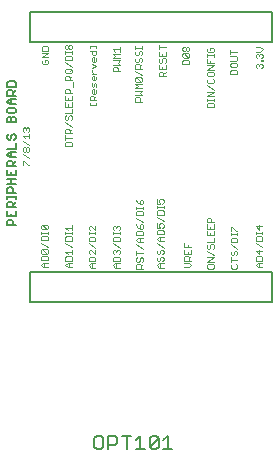
<source format=gto>
G75*
G70*
%OFA0B0*%
%FSLAX24Y24*%
%IPPOS*%
%LPD*%
%AMOC8*
5,1,8,0,0,1.08239X$1,22.5*
%
%ADD10C,0.0050*%
%ADD11C,0.0020*%
%ADD12C,0.0080*%
D10*
X003485Y003190D02*
X003560Y003115D01*
X003710Y003115D01*
X003785Y003190D01*
X003785Y003490D01*
X003710Y003565D01*
X003560Y003565D01*
X003485Y003490D01*
X003485Y003190D01*
X003945Y003115D02*
X003945Y003565D01*
X004171Y003565D01*
X004246Y003490D01*
X004246Y003340D01*
X004171Y003265D01*
X003945Y003265D01*
X004406Y003565D02*
X004706Y003565D01*
X004866Y003415D02*
X005016Y003565D01*
X005016Y003115D01*
X004866Y003115D02*
X005166Y003115D01*
X005327Y003190D02*
X005327Y003490D01*
X005402Y003565D01*
X005552Y003565D01*
X005627Y003490D01*
X005327Y003190D01*
X005402Y003115D01*
X005552Y003115D01*
X005627Y003190D01*
X005627Y003490D01*
X005787Y003415D02*
X005937Y003565D01*
X005937Y003115D01*
X005787Y003115D02*
X006087Y003115D01*
X004556Y003115D02*
X004556Y003565D01*
X000855Y010585D02*
X000585Y010585D01*
X000585Y010720D01*
X000630Y010765D01*
X000720Y010765D01*
X000765Y010720D01*
X000765Y010585D01*
X000720Y010880D02*
X000720Y010970D01*
X000855Y010880D02*
X000855Y011060D01*
X000855Y011174D02*
X000585Y011174D01*
X000585Y011309D01*
X000630Y011354D01*
X000720Y011354D01*
X000765Y011309D01*
X000765Y011174D01*
X000765Y011264D02*
X000855Y011354D01*
X000855Y011469D02*
X000855Y011559D01*
X000855Y011514D02*
X000585Y011514D01*
X000585Y011469D02*
X000585Y011559D01*
X000585Y011665D02*
X000585Y011801D01*
X000630Y011846D01*
X000720Y011846D01*
X000765Y011801D01*
X000765Y011665D01*
X000855Y011665D02*
X000585Y011665D01*
X000585Y011960D02*
X000855Y011960D01*
X000720Y011960D02*
X000720Y012140D01*
X000720Y012255D02*
X000720Y012345D01*
X000855Y012255D02*
X000855Y012435D01*
X000855Y012549D02*
X000585Y012549D01*
X000585Y012684D01*
X000630Y012729D01*
X000720Y012729D01*
X000765Y012684D01*
X000765Y012549D01*
X000765Y012639D02*
X000855Y012729D01*
X000855Y012844D02*
X000675Y012844D01*
X000585Y012934D01*
X000675Y013024D01*
X000855Y013024D01*
X000855Y013139D02*
X000855Y013319D01*
X000810Y013433D02*
X000855Y013478D01*
X000855Y013568D01*
X000810Y013613D01*
X000765Y013613D01*
X000720Y013568D01*
X000720Y013478D01*
X000675Y013433D01*
X000630Y013433D01*
X000585Y013478D01*
X000585Y013568D01*
X000630Y013613D01*
X000585Y014023D02*
X000585Y014158D01*
X000630Y014203D01*
X000675Y014203D01*
X000720Y014158D01*
X000720Y014023D01*
X000720Y014158D02*
X000765Y014203D01*
X000810Y014203D01*
X000855Y014158D01*
X000855Y014023D01*
X000585Y014023D01*
X000630Y014317D02*
X000585Y014362D01*
X000585Y014452D01*
X000630Y014497D01*
X000810Y014497D01*
X000855Y014452D01*
X000855Y014362D01*
X000810Y014317D01*
X000630Y014317D01*
X000675Y014612D02*
X000585Y014702D01*
X000675Y014792D01*
X000855Y014792D01*
X000855Y014907D02*
X000585Y014907D01*
X000585Y015042D01*
X000630Y015087D01*
X000720Y015087D01*
X000765Y015042D01*
X000765Y014907D01*
X000765Y014997D02*
X000855Y015087D01*
X000855Y015201D02*
X000855Y015336D01*
X000810Y015381D01*
X000630Y015381D01*
X000585Y015336D01*
X000585Y015201D01*
X000855Y015201D01*
X000720Y014792D02*
X000720Y014612D01*
X000675Y014612D02*
X000855Y014612D01*
X000855Y013139D02*
X000585Y013139D01*
X000720Y013024D02*
X000720Y012844D01*
X000585Y012435D02*
X000585Y012255D01*
X000855Y012255D01*
X000855Y012140D02*
X000585Y012140D01*
X000585Y011060D02*
X000585Y010880D01*
X000855Y010880D01*
D11*
X001710Y010552D02*
X001747Y010589D01*
X001893Y010442D01*
X001930Y010479D01*
X001930Y010552D01*
X001893Y010589D01*
X001747Y010589D01*
X001710Y010552D02*
X001710Y010479D01*
X001747Y010442D01*
X001893Y010442D01*
X001930Y010368D02*
X001930Y010295D01*
X001930Y010332D02*
X001710Y010332D01*
X001710Y010368D02*
X001710Y010295D01*
X001747Y010221D02*
X001710Y010184D01*
X001710Y010074D01*
X001930Y010074D01*
X001930Y010184D01*
X001893Y010221D01*
X001747Y010221D01*
X001710Y010000D02*
X001930Y009853D01*
X001893Y009779D02*
X001930Y009742D01*
X001930Y009669D01*
X001893Y009632D01*
X001747Y009779D01*
X001893Y009779D01*
X001747Y009779D02*
X001710Y009742D01*
X001710Y009669D01*
X001747Y009632D01*
X001893Y009632D01*
X001893Y009558D02*
X001747Y009558D01*
X001710Y009521D01*
X001710Y009411D01*
X001930Y009411D01*
X001930Y009521D01*
X001893Y009558D01*
X001930Y009337D02*
X001783Y009337D01*
X001710Y009263D01*
X001783Y009190D01*
X001930Y009190D01*
X001820Y009190D02*
X001820Y009337D01*
X002520Y009401D02*
X002520Y009511D01*
X002557Y009548D01*
X002703Y009548D01*
X002740Y009511D01*
X002740Y009401D01*
X002520Y009401D01*
X002593Y009327D02*
X002520Y009253D01*
X002593Y009180D01*
X002740Y009180D01*
X002630Y009180D02*
X002630Y009327D01*
X002593Y009327D02*
X002740Y009327D01*
X002740Y009622D02*
X002740Y009769D01*
X002740Y009695D02*
X002520Y009695D01*
X002593Y009622D01*
X002740Y009843D02*
X002520Y009990D01*
X002520Y010064D02*
X002520Y010174D01*
X002557Y010211D01*
X002703Y010211D01*
X002740Y010174D01*
X002740Y010064D01*
X002520Y010064D01*
X002520Y010285D02*
X002520Y010358D01*
X002520Y010322D02*
X002740Y010322D01*
X002740Y010358D02*
X002740Y010285D01*
X002740Y010432D02*
X002740Y010579D01*
X002740Y010506D02*
X002520Y010506D01*
X002593Y010432D01*
X003290Y010459D02*
X003327Y010422D01*
X003290Y010459D02*
X003290Y010532D01*
X003327Y010569D01*
X003363Y010569D01*
X003510Y010422D01*
X003510Y010569D01*
X003510Y010348D02*
X003510Y010275D01*
X003510Y010312D02*
X003290Y010312D01*
X003290Y010348D02*
X003290Y010275D01*
X003327Y010201D02*
X003290Y010164D01*
X003290Y010054D01*
X003510Y010054D01*
X003510Y010164D01*
X003473Y010201D01*
X003327Y010201D01*
X003290Y009980D02*
X003510Y009833D01*
X003510Y009759D02*
X003510Y009612D01*
X003363Y009759D01*
X003327Y009759D01*
X003290Y009722D01*
X003290Y009649D01*
X003327Y009612D01*
X003327Y009538D02*
X003290Y009501D01*
X003290Y009391D01*
X003510Y009391D01*
X003510Y009501D01*
X003473Y009538D01*
X003327Y009538D01*
X003363Y009317D02*
X003290Y009243D01*
X003363Y009170D01*
X003510Y009170D01*
X003400Y009170D02*
X003400Y009317D01*
X003363Y009317D02*
X003510Y009317D01*
X004110Y009243D02*
X004183Y009170D01*
X004330Y009170D01*
X004220Y009170D02*
X004220Y009317D01*
X004183Y009317D02*
X004330Y009317D01*
X004330Y009391D02*
X004330Y009501D01*
X004293Y009538D01*
X004147Y009538D01*
X004110Y009501D01*
X004110Y009391D01*
X004330Y009391D01*
X004293Y009612D02*
X004330Y009649D01*
X004330Y009722D01*
X004293Y009759D01*
X004257Y009759D01*
X004220Y009722D01*
X004220Y009685D01*
X004220Y009722D02*
X004183Y009759D01*
X004147Y009759D01*
X004110Y009722D01*
X004110Y009649D01*
X004147Y009612D01*
X004183Y009317D02*
X004110Y009243D01*
X004330Y009833D02*
X004110Y009980D01*
X004110Y010054D02*
X004110Y010164D01*
X004147Y010201D01*
X004293Y010201D01*
X004330Y010164D01*
X004330Y010054D01*
X004110Y010054D01*
X004110Y010275D02*
X004110Y010348D01*
X004110Y010312D02*
X004330Y010312D01*
X004330Y010348D02*
X004330Y010275D01*
X004293Y010422D02*
X004330Y010459D01*
X004330Y010532D01*
X004293Y010569D01*
X004257Y010569D01*
X004220Y010532D01*
X004220Y010496D01*
X004220Y010532D02*
X004183Y010569D01*
X004147Y010569D01*
X004110Y010532D01*
X004110Y010459D01*
X004147Y010422D01*
X004880Y010355D02*
X004880Y010245D01*
X005100Y010245D01*
X005100Y010355D01*
X005063Y010392D01*
X004917Y010392D01*
X004880Y010355D01*
X004990Y010466D02*
X004917Y010539D01*
X004880Y010613D01*
X004990Y010576D02*
X004990Y010466D01*
X005063Y010466D01*
X005100Y010503D01*
X005100Y010576D01*
X005063Y010613D01*
X005027Y010613D01*
X004990Y010576D01*
X005100Y010687D02*
X004880Y010834D01*
X004880Y010908D02*
X004880Y011018D01*
X004917Y011055D01*
X005063Y011055D01*
X005100Y011018D01*
X005100Y010908D01*
X004880Y010908D01*
X004880Y011129D02*
X004880Y011202D01*
X004880Y011166D02*
X005100Y011166D01*
X005100Y011202D02*
X005100Y011129D01*
X005063Y011276D02*
X004990Y011276D01*
X004990Y011386D01*
X005027Y011423D01*
X005063Y011423D01*
X005100Y011386D01*
X005100Y011313D01*
X005063Y011276D01*
X004990Y011276D02*
X004917Y011350D01*
X004880Y011423D01*
X004953Y010171D02*
X004880Y010097D01*
X004953Y010024D01*
X005100Y010024D01*
X004990Y010024D02*
X004990Y010171D01*
X004953Y010171D02*
X005100Y010171D01*
X004880Y009950D02*
X005100Y009803D01*
X005100Y009655D02*
X004880Y009655D01*
X004880Y009582D02*
X004880Y009729D01*
X004917Y009508D02*
X004880Y009471D01*
X004880Y009398D01*
X004917Y009361D01*
X004953Y009361D01*
X004990Y009398D01*
X004990Y009471D01*
X005027Y009508D01*
X005063Y009508D01*
X005100Y009471D01*
X005100Y009398D01*
X005063Y009361D01*
X005100Y009287D02*
X005027Y009213D01*
X005027Y009250D02*
X005027Y009140D01*
X005100Y009140D02*
X004880Y009140D01*
X004880Y009250D01*
X004917Y009287D01*
X004990Y009287D01*
X005027Y009250D01*
X005570Y009243D02*
X005643Y009170D01*
X005790Y009170D01*
X005680Y009170D02*
X005680Y009317D01*
X005643Y009317D02*
X005790Y009317D01*
X005753Y009391D02*
X005790Y009428D01*
X005790Y009501D01*
X005753Y009538D01*
X005717Y009538D01*
X005680Y009501D01*
X005680Y009428D01*
X005643Y009391D01*
X005607Y009391D01*
X005570Y009428D01*
X005570Y009501D01*
X005607Y009538D01*
X005607Y009612D02*
X005643Y009612D01*
X005680Y009649D01*
X005680Y009722D01*
X005717Y009759D01*
X005753Y009759D01*
X005790Y009722D01*
X005790Y009649D01*
X005753Y009612D01*
X005607Y009612D02*
X005570Y009649D01*
X005570Y009722D01*
X005607Y009759D01*
X005790Y009833D02*
X005570Y009980D01*
X005643Y010054D02*
X005570Y010127D01*
X005643Y010201D01*
X005790Y010201D01*
X005790Y010275D02*
X005790Y010385D01*
X005753Y010422D01*
X005607Y010422D01*
X005570Y010385D01*
X005570Y010275D01*
X005790Y010275D01*
X005680Y010201D02*
X005680Y010054D01*
X005643Y010054D02*
X005790Y010054D01*
X005753Y010496D02*
X005790Y010533D01*
X005790Y010606D01*
X005753Y010643D01*
X005680Y010643D01*
X005643Y010606D01*
X005643Y010569D01*
X005680Y010496D01*
X005570Y010496D01*
X005570Y010643D01*
X005570Y010864D02*
X005790Y010717D01*
X005790Y010938D02*
X005570Y010938D01*
X005570Y011048D01*
X005607Y011085D01*
X005753Y011085D01*
X005790Y011048D01*
X005790Y010938D01*
X005790Y011159D02*
X005790Y011232D01*
X005790Y011196D02*
X005570Y011196D01*
X005570Y011232D02*
X005570Y011159D01*
X005570Y011306D02*
X005680Y011306D01*
X005643Y011380D01*
X005643Y011416D01*
X005680Y011453D01*
X005753Y011453D01*
X005790Y011416D01*
X005790Y011343D01*
X005753Y011306D01*
X005570Y011306D02*
X005570Y011453D01*
X006480Y009990D02*
X006480Y009843D01*
X006700Y009843D01*
X006700Y009769D02*
X006700Y009622D01*
X006480Y009622D01*
X006480Y009769D01*
X006590Y009695D02*
X006590Y009622D01*
X006590Y009548D02*
X006627Y009511D01*
X006627Y009401D01*
X006700Y009401D02*
X006480Y009401D01*
X006480Y009511D01*
X006517Y009548D01*
X006590Y009548D01*
X006627Y009474D02*
X006700Y009548D01*
X006627Y009327D02*
X006480Y009327D01*
X006627Y009327D02*
X006700Y009253D01*
X006627Y009180D01*
X006480Y009180D01*
X006590Y009843D02*
X006590Y009916D01*
X007240Y009913D02*
X007240Y009840D01*
X007277Y009803D01*
X007313Y009803D01*
X007350Y009840D01*
X007350Y009913D01*
X007387Y009950D01*
X007423Y009950D01*
X007460Y009913D01*
X007460Y009840D01*
X007423Y009803D01*
X007240Y009729D02*
X007460Y009582D01*
X007460Y009508D02*
X007240Y009508D01*
X007240Y009361D02*
X007460Y009508D01*
X007460Y009361D02*
X007240Y009361D01*
X007277Y009287D02*
X007240Y009250D01*
X007240Y009177D01*
X007277Y009140D01*
X007423Y009140D01*
X007460Y009177D01*
X007460Y009250D01*
X007423Y009287D01*
X007277Y009287D01*
X007240Y009913D02*
X007277Y009950D01*
X007240Y010024D02*
X007460Y010024D01*
X007460Y010171D01*
X007460Y010245D02*
X007460Y010392D01*
X007460Y010466D02*
X007460Y010613D01*
X007460Y010687D02*
X007240Y010687D01*
X007240Y010797D01*
X007277Y010834D01*
X007350Y010834D01*
X007387Y010797D01*
X007387Y010687D01*
X007350Y010539D02*
X007350Y010466D01*
X007240Y010466D02*
X007460Y010466D01*
X007350Y010318D02*
X007350Y010245D01*
X007240Y010245D02*
X007460Y010245D01*
X007240Y010245D02*
X007240Y010392D01*
X007240Y010466D02*
X007240Y010613D01*
X008030Y010539D02*
X008030Y010392D01*
X008030Y010318D02*
X008030Y010245D01*
X008030Y010282D02*
X008250Y010282D01*
X008250Y010318D02*
X008250Y010245D01*
X008213Y010171D02*
X008067Y010171D01*
X008030Y010134D01*
X008030Y010024D01*
X008250Y010024D01*
X008250Y010134D01*
X008213Y010171D01*
X008213Y010392D02*
X008250Y010392D01*
X008213Y010392D02*
X008067Y010539D01*
X008030Y010539D01*
X008030Y009950D02*
X008250Y009803D01*
X008213Y009729D02*
X008250Y009692D01*
X008250Y009619D01*
X008213Y009582D01*
X008140Y009619D02*
X008140Y009692D01*
X008177Y009729D01*
X008213Y009729D01*
X008140Y009619D02*
X008103Y009582D01*
X008067Y009582D01*
X008030Y009619D01*
X008030Y009692D01*
X008067Y009729D01*
X008030Y009508D02*
X008030Y009361D01*
X008030Y009434D02*
X008250Y009434D01*
X008213Y009287D02*
X008250Y009250D01*
X008250Y009177D01*
X008213Y009140D01*
X008067Y009140D01*
X008030Y009177D01*
X008030Y009250D01*
X008067Y009287D01*
X008860Y009253D02*
X008933Y009327D01*
X009080Y009327D01*
X009080Y009401D02*
X009080Y009511D01*
X009043Y009548D01*
X008897Y009548D01*
X008860Y009511D01*
X008860Y009401D01*
X009080Y009401D01*
X008970Y009327D02*
X008970Y009180D01*
X008933Y009180D02*
X008860Y009253D01*
X008933Y009180D02*
X009080Y009180D01*
X008970Y009622D02*
X008970Y009769D01*
X009080Y009732D02*
X008860Y009732D01*
X008970Y009622D01*
X009080Y009843D02*
X008860Y009990D01*
X008860Y010064D02*
X008860Y010174D01*
X008897Y010211D01*
X009043Y010211D01*
X009080Y010174D01*
X009080Y010064D01*
X008860Y010064D01*
X008860Y010285D02*
X008860Y010358D01*
X008860Y010322D02*
X009080Y010322D01*
X009080Y010358D02*
X009080Y010285D01*
X008970Y010432D02*
X008970Y010579D01*
X009080Y010542D02*
X008860Y010542D01*
X008970Y010432D01*
X007460Y014510D02*
X007240Y014510D01*
X007240Y014620D01*
X007277Y014657D01*
X007423Y014657D01*
X007460Y014620D01*
X007460Y014510D01*
X007460Y014731D02*
X007460Y014804D01*
X007460Y014768D02*
X007240Y014768D01*
X007240Y014804D02*
X007240Y014731D01*
X007240Y014878D02*
X007460Y015025D01*
X007240Y015025D01*
X007240Y014878D02*
X007460Y014878D01*
X007460Y015099D02*
X007240Y015246D01*
X007277Y015320D02*
X007423Y015320D01*
X007460Y015357D01*
X007460Y015430D01*
X007423Y015467D01*
X007423Y015541D02*
X007460Y015578D01*
X007460Y015651D01*
X007423Y015688D01*
X007277Y015688D01*
X007240Y015651D01*
X007240Y015578D01*
X007277Y015541D01*
X007423Y015541D01*
X007460Y015762D02*
X007240Y015762D01*
X007460Y015909D01*
X007240Y015909D01*
X007240Y015983D02*
X007240Y016130D01*
X007240Y016204D02*
X007240Y016278D01*
X007240Y016241D02*
X007460Y016241D01*
X007460Y016204D02*
X007460Y016278D01*
X007423Y016352D02*
X007460Y016388D01*
X007460Y016462D01*
X007423Y016498D01*
X007350Y016498D01*
X007350Y016425D01*
X007277Y016352D02*
X007423Y016352D01*
X007350Y016057D02*
X007350Y015983D01*
X007460Y015983D02*
X007240Y015983D01*
X007277Y016352D02*
X007240Y016388D01*
X007240Y016462D01*
X007277Y016498D01*
X007277Y015467D02*
X007240Y015430D01*
X007240Y015357D01*
X007277Y015320D01*
X006640Y015950D02*
X006640Y016060D01*
X006603Y016097D01*
X006457Y016097D01*
X006420Y016060D01*
X006420Y015950D01*
X006640Y015950D01*
X006603Y016171D02*
X006457Y016318D01*
X006603Y016318D01*
X006640Y016281D01*
X006640Y016208D01*
X006603Y016171D01*
X006457Y016171D01*
X006420Y016208D01*
X006420Y016281D01*
X006457Y016318D01*
X006457Y016392D02*
X006493Y016392D01*
X006530Y016429D01*
X006530Y016502D01*
X006567Y016539D01*
X006603Y016539D01*
X006640Y016502D01*
X006640Y016429D01*
X006603Y016392D01*
X006567Y016392D01*
X006530Y016429D01*
X006530Y016502D02*
X006493Y016539D01*
X006457Y016539D01*
X006420Y016502D01*
X006420Y016429D01*
X006457Y016392D01*
X005860Y016370D02*
X005860Y016223D01*
X005640Y016223D01*
X005640Y016370D01*
X005640Y016444D02*
X005640Y016591D01*
X005640Y016517D02*
X005860Y016517D01*
X005750Y016296D02*
X005750Y016223D01*
X005787Y016149D02*
X005823Y016149D01*
X005860Y016112D01*
X005860Y016039D01*
X005823Y016002D01*
X005750Y016039D02*
X005750Y016112D01*
X005787Y016149D01*
X005677Y016149D02*
X005640Y016112D01*
X005640Y016039D01*
X005677Y016002D01*
X005713Y016002D01*
X005750Y016039D01*
X005860Y015928D02*
X005860Y015781D01*
X005640Y015781D01*
X005640Y015928D01*
X005750Y015854D02*
X005750Y015781D01*
X005750Y015707D02*
X005787Y015670D01*
X005787Y015560D01*
X005860Y015560D02*
X005640Y015560D01*
X005640Y015670D01*
X005677Y015707D01*
X005750Y015707D01*
X005787Y015633D02*
X005860Y015707D01*
X005070Y015805D02*
X004850Y015805D01*
X004850Y015915D01*
X004887Y015952D01*
X004960Y015952D01*
X004997Y015915D01*
X004997Y015805D01*
X004997Y015878D02*
X005070Y015952D01*
X005033Y016026D02*
X005070Y016063D01*
X005070Y016136D01*
X005033Y016173D01*
X004997Y016173D01*
X004960Y016136D01*
X004960Y016063D01*
X004923Y016026D01*
X004887Y016026D01*
X004850Y016063D01*
X004850Y016136D01*
X004887Y016173D01*
X004887Y016247D02*
X004923Y016247D01*
X004960Y016284D01*
X004960Y016357D01*
X004997Y016394D01*
X005033Y016394D01*
X005070Y016357D01*
X005070Y016284D01*
X005033Y016247D01*
X004887Y016247D02*
X004850Y016284D01*
X004850Y016357D01*
X004887Y016394D01*
X004850Y016468D02*
X004850Y016541D01*
X004850Y016505D02*
X005070Y016505D01*
X005070Y016541D02*
X005070Y016468D01*
X004850Y015731D02*
X005070Y015584D01*
X005033Y015510D02*
X005070Y015473D01*
X005070Y015400D01*
X005033Y015363D01*
X004887Y015510D01*
X005033Y015510D01*
X004887Y015510D02*
X004850Y015473D01*
X004850Y015400D01*
X004887Y015363D01*
X005033Y015363D01*
X005070Y015289D02*
X004850Y015289D01*
X004923Y015215D01*
X004850Y015142D01*
X005070Y015142D01*
X005070Y015068D02*
X004850Y015068D01*
X004850Y014921D02*
X005070Y014921D01*
X004997Y014994D01*
X005070Y015068D01*
X004960Y014847D02*
X004997Y014810D01*
X004997Y014700D01*
X005070Y014700D02*
X004850Y014700D01*
X004850Y014810D01*
X004887Y014847D01*
X004960Y014847D01*
X004330Y015710D02*
X004110Y015710D01*
X004110Y015820D01*
X004147Y015857D01*
X004220Y015857D01*
X004257Y015820D01*
X004257Y015710D01*
X004330Y015931D02*
X004110Y015931D01*
X004110Y016078D02*
X004330Y016078D01*
X004257Y016004D01*
X004330Y015931D01*
X004330Y016152D02*
X004110Y016152D01*
X004183Y016225D01*
X004110Y016299D01*
X004330Y016299D01*
X004330Y016373D02*
X004330Y016520D01*
X004330Y016446D02*
X004110Y016446D01*
X004183Y016373D01*
X003550Y016404D02*
X003550Y016294D01*
X003513Y016257D01*
X003440Y016257D01*
X003403Y016294D01*
X003403Y016404D01*
X003330Y016404D02*
X003550Y016404D01*
X003550Y016478D02*
X003550Y016552D01*
X003330Y016552D01*
X003330Y016478D01*
X003440Y016183D02*
X003477Y016183D01*
X003477Y016036D01*
X003513Y016036D02*
X003440Y016036D01*
X003403Y016073D01*
X003403Y016147D01*
X003440Y016183D01*
X003550Y016147D02*
X003550Y016073D01*
X003513Y016036D01*
X003403Y015962D02*
X003550Y015889D01*
X003403Y015815D01*
X003403Y015741D02*
X003403Y015705D01*
X003477Y015631D01*
X003550Y015631D02*
X003403Y015631D01*
X003440Y015557D02*
X003477Y015557D01*
X003477Y015410D01*
X003513Y015410D02*
X003440Y015410D01*
X003403Y015447D01*
X003403Y015520D01*
X003440Y015557D01*
X003550Y015520D02*
X003550Y015447D01*
X003513Y015410D01*
X003513Y015336D02*
X003477Y015299D01*
X003477Y015226D01*
X003440Y015189D01*
X003403Y015226D01*
X003403Y015336D01*
X003513Y015336D02*
X003550Y015299D01*
X003550Y015189D01*
X003477Y015115D02*
X003440Y015115D01*
X003403Y015078D01*
X003403Y015005D01*
X003440Y014968D01*
X003513Y014968D01*
X003550Y015005D01*
X003550Y015078D01*
X003477Y015115D02*
X003477Y014968D01*
X003440Y014894D02*
X003477Y014857D01*
X003477Y014747D01*
X003550Y014747D02*
X003330Y014747D01*
X003330Y014857D01*
X003367Y014894D01*
X003440Y014894D01*
X003477Y014821D02*
X003550Y014894D01*
X003550Y014673D02*
X003550Y014600D01*
X003330Y014600D01*
X003330Y014673D01*
X002730Y014683D02*
X002730Y014536D01*
X002510Y014536D01*
X002510Y014683D01*
X002510Y014757D02*
X002730Y014757D01*
X002730Y014904D01*
X002730Y014978D02*
X002510Y014978D01*
X002510Y015088D01*
X002547Y015125D01*
X002620Y015125D01*
X002657Y015088D01*
X002657Y014978D01*
X002620Y014830D02*
X002620Y014757D01*
X002510Y014757D02*
X002510Y014904D01*
X002620Y014609D02*
X002620Y014536D01*
X002730Y014462D02*
X002730Y014315D01*
X002510Y014315D01*
X002547Y014241D02*
X002510Y014204D01*
X002510Y014131D01*
X002547Y014094D01*
X002583Y014094D01*
X002620Y014131D01*
X002620Y014204D01*
X002657Y014241D01*
X002693Y014241D01*
X002730Y014204D01*
X002730Y014131D01*
X002693Y014094D01*
X002510Y014020D02*
X002730Y013873D01*
X002730Y013799D02*
X002657Y013725D01*
X002657Y013762D02*
X002657Y013652D01*
X002730Y013652D02*
X002510Y013652D01*
X002510Y013762D01*
X002547Y013799D01*
X002620Y013799D01*
X002657Y013762D01*
X002510Y013578D02*
X002510Y013431D01*
X002510Y013504D02*
X002730Y013504D01*
X002693Y013357D02*
X002547Y013357D01*
X002510Y013320D01*
X002510Y013210D01*
X002730Y013210D01*
X002730Y013320D01*
X002693Y013357D01*
X002767Y015199D02*
X002767Y015346D01*
X002730Y015420D02*
X002510Y015420D01*
X002510Y015530D01*
X002547Y015567D01*
X002620Y015567D01*
X002657Y015530D01*
X002657Y015420D01*
X002657Y015493D02*
X002730Y015567D01*
X002693Y015641D02*
X002730Y015678D01*
X002730Y015751D01*
X002693Y015788D01*
X002547Y015788D01*
X002510Y015751D01*
X002510Y015678D01*
X002547Y015641D01*
X002693Y015641D01*
X002657Y015714D02*
X002730Y015788D01*
X002730Y015862D02*
X002510Y016009D01*
X002510Y016083D02*
X002510Y016193D01*
X002547Y016230D01*
X002693Y016230D01*
X002730Y016193D01*
X002730Y016083D01*
X002510Y016083D01*
X002510Y016304D02*
X002510Y016377D01*
X002510Y016341D02*
X002730Y016341D01*
X002730Y016377D02*
X002730Y016304D01*
X002693Y016451D02*
X002657Y016451D01*
X002620Y016488D01*
X002620Y016561D01*
X002657Y016598D01*
X002693Y016598D01*
X002730Y016561D01*
X002730Y016488D01*
X002693Y016451D01*
X002620Y016488D02*
X002583Y016451D01*
X002547Y016451D01*
X002510Y016488D01*
X002510Y016561D01*
X002547Y016598D01*
X002583Y016598D01*
X002620Y016561D01*
X001950Y016512D02*
X001950Y016402D01*
X001730Y016402D01*
X001730Y016512D01*
X001767Y016549D01*
X001913Y016549D01*
X001950Y016512D01*
X001950Y016328D02*
X001730Y016328D01*
X001730Y016181D02*
X001950Y016328D01*
X001950Y016181D02*
X001730Y016181D01*
X001767Y016107D02*
X001730Y016070D01*
X001730Y015997D01*
X001767Y015960D01*
X001913Y015960D01*
X001950Y015997D01*
X001950Y016070D01*
X001913Y016107D01*
X001840Y016107D01*
X001840Y016033D01*
X001273Y013842D02*
X001310Y013805D01*
X001310Y013732D01*
X001273Y013695D01*
X001310Y013621D02*
X001310Y013474D01*
X001310Y013547D02*
X001090Y013547D01*
X001163Y013474D01*
X001090Y013400D02*
X001310Y013253D01*
X001273Y013179D02*
X001310Y013142D01*
X001310Y013069D01*
X001273Y013032D01*
X001237Y013032D01*
X001200Y013069D01*
X001200Y013142D01*
X001237Y013179D01*
X001273Y013179D01*
X001200Y013142D02*
X001163Y013179D01*
X001127Y013179D01*
X001090Y013142D01*
X001090Y013069D01*
X001127Y013032D01*
X001163Y013032D01*
X001200Y013069D01*
X001090Y012958D02*
X001310Y012811D01*
X001127Y012737D02*
X001273Y012590D01*
X001310Y012590D01*
X001127Y012737D02*
X001090Y012737D01*
X001090Y012590D01*
X001127Y013695D02*
X001090Y013732D01*
X001090Y013805D01*
X001127Y013842D01*
X001163Y013842D01*
X001200Y013805D01*
X001237Y013842D01*
X001273Y013842D01*
X001200Y013805D02*
X001200Y013768D01*
X005643Y009317D02*
X005570Y009243D01*
X008020Y015626D02*
X008020Y015736D01*
X008057Y015773D01*
X008203Y015773D01*
X008240Y015736D01*
X008240Y015626D01*
X008020Y015626D01*
X008057Y015847D02*
X008020Y015884D01*
X008020Y015957D01*
X008057Y015994D01*
X008203Y015994D01*
X008240Y015957D01*
X008240Y015884D01*
X008203Y015847D01*
X008057Y015847D01*
X008020Y016068D02*
X008203Y016068D01*
X008240Y016105D01*
X008240Y016178D01*
X008203Y016215D01*
X008020Y016215D01*
X008020Y016289D02*
X008020Y016436D01*
X008020Y016362D02*
X008240Y016362D01*
X008870Y016372D02*
X009017Y016372D01*
X009090Y016446D01*
X009017Y016519D01*
X008870Y016519D01*
X008907Y016298D02*
X008870Y016262D01*
X008870Y016188D01*
X008907Y016151D01*
X008980Y016225D02*
X008980Y016262D01*
X009017Y016298D01*
X009053Y016298D01*
X009090Y016262D01*
X009090Y016188D01*
X009053Y016151D01*
X009053Y016078D02*
X009090Y016078D01*
X009090Y016041D01*
X009053Y016041D01*
X009053Y016078D01*
X009053Y015967D02*
X009090Y015930D01*
X009090Y015857D01*
X009053Y015820D01*
X008980Y015893D02*
X008980Y015930D01*
X009017Y015967D01*
X009053Y015967D01*
X008980Y015930D02*
X008943Y015967D01*
X008907Y015967D01*
X008870Y015930D01*
X008870Y015857D01*
X008907Y015820D01*
X008980Y016262D02*
X008943Y016298D01*
X008907Y016298D01*
D12*
X009394Y016697D02*
X001323Y016697D01*
X001323Y017681D01*
X009394Y017681D01*
X009394Y016697D01*
X009394Y009020D02*
X001323Y009020D01*
X001323Y008036D01*
X009394Y008036D01*
X009394Y009020D01*
M02*

</source>
